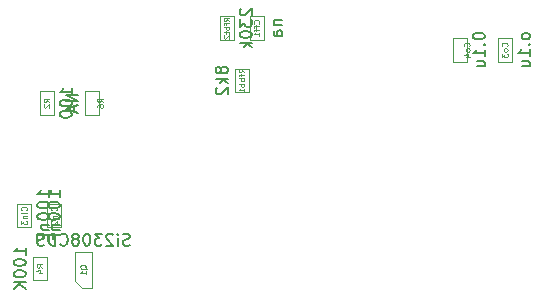
<source format=gbr>
G04 #@! TF.GenerationSoftware,KiCad,Pcbnew,5.1.4-e60b266~84~ubuntu18.04.1*
G04 #@! TF.CreationDate,2019-10-29T18:19:43-03:00*
G04 #@! TF.ProjectId,fonte_18V,666f6e74-655f-4313-9856-2e6b69636164,rev?*
G04 #@! TF.SameCoordinates,Original*
G04 #@! TF.FileFunction,Other,Fab,Bot*
%FSLAX46Y46*%
G04 Gerber Fmt 4.6, Leading zero omitted, Abs format (unit mm)*
G04 Created by KiCad (PCBNEW 5.1.4-e60b266~84~ubuntu18.04.1) date 2019-10-29 18:19:43*
%MOMM*%
%LPD*%
G04 APERTURE LIST*
%ADD10C,0.100000*%
%ADD11C,0.150000*%
%ADD12C,0.080000*%
%ADD13C,0.075000*%
G04 APERTURE END LIST*
D10*
X111200000Y-178750000D02*
X111200000Y-180750000D01*
X112400000Y-178750000D02*
X111200000Y-178750000D01*
X112400000Y-180750000D02*
X112400000Y-178750000D01*
X111200000Y-180750000D02*
X112400000Y-180750000D01*
X128235000Y-160385000D02*
X128235000Y-158385000D01*
X127035000Y-160385000D02*
X128235000Y-160385000D01*
X127035000Y-158385000D02*
X127035000Y-160385000D01*
X128235000Y-158385000D02*
X127035000Y-158385000D01*
X128305000Y-162830000D02*
X128305000Y-164830000D01*
X129505000Y-162830000D02*
X128305000Y-162830000D01*
X129505000Y-164830000D02*
X129505000Y-162830000D01*
X128305000Y-164830000D02*
X129505000Y-164830000D01*
X115605000Y-164735000D02*
X115605000Y-166735000D01*
X116805000Y-164735000D02*
X115605000Y-164735000D01*
X116805000Y-166735000D02*
X116805000Y-164735000D01*
X115605000Y-166735000D02*
X116805000Y-166735000D01*
X112995000Y-166735000D02*
X112995000Y-164735000D01*
X111795000Y-166735000D02*
X112995000Y-166735000D01*
X111795000Y-164735000D02*
X111795000Y-166735000D01*
X112995000Y-164735000D02*
X111795000Y-164735000D01*
X114800000Y-178330000D02*
X116200000Y-178330000D01*
X116200000Y-181370000D02*
X116200000Y-178330000D01*
X114800000Y-180800000D02*
X115350000Y-181370000D01*
X115350000Y-181370000D02*
X116200000Y-181370000D01*
X114800000Y-180800000D02*
X114800000Y-178350000D01*
X147965000Y-162240000D02*
X147965000Y-160240000D01*
X146765000Y-162240000D02*
X147965000Y-162240000D01*
X146765000Y-160240000D02*
X146765000Y-162240000D01*
X147965000Y-160240000D02*
X146765000Y-160240000D01*
X151775000Y-162240000D02*
X151775000Y-160240000D01*
X150575000Y-162240000D02*
X151775000Y-162240000D01*
X150575000Y-160240000D02*
X150575000Y-162240000D01*
X151775000Y-160240000D02*
X150575000Y-160240000D01*
X111090000Y-176260000D02*
X111090000Y-174260000D01*
X109890000Y-176260000D02*
X111090000Y-176260000D01*
X109890000Y-174260000D02*
X109890000Y-176260000D01*
X111090000Y-174260000D02*
X109890000Y-174260000D01*
X113630000Y-176260000D02*
X113630000Y-174260000D01*
X112430000Y-176260000D02*
X113630000Y-176260000D01*
X112430000Y-174260000D02*
X112430000Y-176260000D01*
X113630000Y-174260000D02*
X112430000Y-174260000D01*
X130775000Y-160385000D02*
X130775000Y-158385000D01*
X129575000Y-160385000D02*
X130775000Y-160385000D01*
X129575000Y-158385000D02*
X129575000Y-160385000D01*
X130775000Y-158385000D02*
X129575000Y-158385000D01*
D11*
X110602380Y-178583333D02*
X110602380Y-178011904D01*
X110602380Y-178297619D02*
X109602380Y-178297619D01*
X109745238Y-178202380D01*
X109840476Y-178107142D01*
X109888095Y-178011904D01*
X109602380Y-179202380D02*
X109602380Y-179297619D01*
X109650000Y-179392857D01*
X109697619Y-179440476D01*
X109792857Y-179488095D01*
X109983333Y-179535714D01*
X110221428Y-179535714D01*
X110411904Y-179488095D01*
X110507142Y-179440476D01*
X110554761Y-179392857D01*
X110602380Y-179297619D01*
X110602380Y-179202380D01*
X110554761Y-179107142D01*
X110507142Y-179059523D01*
X110411904Y-179011904D01*
X110221428Y-178964285D01*
X109983333Y-178964285D01*
X109792857Y-179011904D01*
X109697619Y-179059523D01*
X109650000Y-179107142D01*
X109602380Y-179202380D01*
X109602380Y-180154761D02*
X109602380Y-180250000D01*
X109650000Y-180345238D01*
X109697619Y-180392857D01*
X109792857Y-180440476D01*
X109983333Y-180488095D01*
X110221428Y-180488095D01*
X110411904Y-180440476D01*
X110507142Y-180392857D01*
X110554761Y-180345238D01*
X110602380Y-180250000D01*
X110602380Y-180154761D01*
X110554761Y-180059523D01*
X110507142Y-180011904D01*
X110411904Y-179964285D01*
X110221428Y-179916666D01*
X109983333Y-179916666D01*
X109792857Y-179964285D01*
X109697619Y-180011904D01*
X109650000Y-180059523D01*
X109602380Y-180154761D01*
X110602380Y-180916666D02*
X109602380Y-180916666D01*
X110602380Y-181488095D02*
X110030952Y-181059523D01*
X109602380Y-181488095D02*
X110173809Y-180916666D01*
D12*
X112026190Y-179666666D02*
X111788095Y-179500000D01*
X112026190Y-179380952D02*
X111526190Y-179380952D01*
X111526190Y-179571428D01*
X111550000Y-179619047D01*
X111573809Y-179642857D01*
X111621428Y-179666666D01*
X111692857Y-179666666D01*
X111740476Y-179642857D01*
X111764285Y-179619047D01*
X111788095Y-179571428D01*
X111788095Y-179380952D01*
X111692857Y-180095238D02*
X112026190Y-180095238D01*
X111502380Y-179976190D02*
X111859523Y-179857142D01*
X111859523Y-180166666D01*
D11*
X128832619Y-157742142D02*
X128785000Y-157789761D01*
X128737380Y-157885000D01*
X128737380Y-158123095D01*
X128785000Y-158218333D01*
X128832619Y-158265952D01*
X128927857Y-158313571D01*
X129023095Y-158313571D01*
X129165952Y-158265952D01*
X129737380Y-157694523D01*
X129737380Y-158313571D01*
X128737380Y-158646904D02*
X128737380Y-159265952D01*
X129118333Y-158932619D01*
X129118333Y-159075476D01*
X129165952Y-159170714D01*
X129213571Y-159218333D01*
X129308809Y-159265952D01*
X129546904Y-159265952D01*
X129642142Y-159218333D01*
X129689761Y-159170714D01*
X129737380Y-159075476D01*
X129737380Y-158789761D01*
X129689761Y-158694523D01*
X129642142Y-158646904D01*
X128737380Y-159885000D02*
X128737380Y-159980238D01*
X128785000Y-160075476D01*
X128832619Y-160123095D01*
X128927857Y-160170714D01*
X129118333Y-160218333D01*
X129356428Y-160218333D01*
X129546904Y-160170714D01*
X129642142Y-160123095D01*
X129689761Y-160075476D01*
X129737380Y-159980238D01*
X129737380Y-159885000D01*
X129689761Y-159789761D01*
X129642142Y-159742142D01*
X129546904Y-159694523D01*
X129356428Y-159646904D01*
X129118333Y-159646904D01*
X128927857Y-159694523D01*
X128832619Y-159742142D01*
X128785000Y-159789761D01*
X128737380Y-159885000D01*
X129737380Y-160646904D02*
X128737380Y-160646904D01*
X129356428Y-160742142D02*
X129737380Y-161027857D01*
X129070714Y-161027857D02*
X129451666Y-160646904D01*
D12*
X127861190Y-158789761D02*
X127623095Y-158623095D01*
X127861190Y-158504047D02*
X127361190Y-158504047D01*
X127361190Y-158694523D01*
X127385000Y-158742142D01*
X127408809Y-158765952D01*
X127456428Y-158789761D01*
X127527857Y-158789761D01*
X127575476Y-158765952D01*
X127599285Y-158742142D01*
X127623095Y-158694523D01*
X127623095Y-158504047D01*
X127527857Y-158932619D02*
X127527857Y-159123095D01*
X127861190Y-159004047D02*
X127432619Y-159004047D01*
X127385000Y-159027857D01*
X127361190Y-159075476D01*
X127361190Y-159123095D01*
X127861190Y-159289761D02*
X127361190Y-159289761D01*
X127551666Y-159289761D02*
X127527857Y-159337380D01*
X127527857Y-159432619D01*
X127551666Y-159480238D01*
X127575476Y-159504047D01*
X127623095Y-159527857D01*
X127765952Y-159527857D01*
X127813571Y-159504047D01*
X127837380Y-159480238D01*
X127861190Y-159432619D01*
X127861190Y-159337380D01*
X127837380Y-159289761D01*
X127527857Y-159670714D02*
X127527857Y-159861190D01*
X127361190Y-159742142D02*
X127789761Y-159742142D01*
X127837380Y-159765952D01*
X127861190Y-159813571D01*
X127861190Y-159861190D01*
X127408809Y-160004047D02*
X127385000Y-160027857D01*
X127361190Y-160075476D01*
X127361190Y-160194523D01*
X127385000Y-160242142D01*
X127408809Y-160265952D01*
X127456428Y-160289761D01*
X127504047Y-160289761D01*
X127575476Y-160265952D01*
X127861190Y-159980238D01*
X127861190Y-160289761D01*
D11*
X127135952Y-162853809D02*
X127088333Y-162758571D01*
X127040714Y-162710952D01*
X126945476Y-162663333D01*
X126897857Y-162663333D01*
X126802619Y-162710952D01*
X126755000Y-162758571D01*
X126707380Y-162853809D01*
X126707380Y-163044285D01*
X126755000Y-163139523D01*
X126802619Y-163187142D01*
X126897857Y-163234761D01*
X126945476Y-163234761D01*
X127040714Y-163187142D01*
X127088333Y-163139523D01*
X127135952Y-163044285D01*
X127135952Y-162853809D01*
X127183571Y-162758571D01*
X127231190Y-162710952D01*
X127326428Y-162663333D01*
X127516904Y-162663333D01*
X127612142Y-162710952D01*
X127659761Y-162758571D01*
X127707380Y-162853809D01*
X127707380Y-163044285D01*
X127659761Y-163139523D01*
X127612142Y-163187142D01*
X127516904Y-163234761D01*
X127326428Y-163234761D01*
X127231190Y-163187142D01*
X127183571Y-163139523D01*
X127135952Y-163044285D01*
X127707380Y-163663333D02*
X126707380Y-163663333D01*
X127326428Y-163758571D02*
X127707380Y-164044285D01*
X127040714Y-164044285D02*
X127421666Y-163663333D01*
X126802619Y-164425238D02*
X126755000Y-164472857D01*
X126707380Y-164568095D01*
X126707380Y-164806190D01*
X126755000Y-164901428D01*
X126802619Y-164949047D01*
X126897857Y-164996666D01*
X126993095Y-164996666D01*
X127135952Y-164949047D01*
X127707380Y-164377619D01*
X127707380Y-164996666D01*
D12*
X129131190Y-163151428D02*
X128893095Y-162984761D01*
X129131190Y-162865714D02*
X128631190Y-162865714D01*
X128631190Y-163056190D01*
X128655000Y-163103809D01*
X128678809Y-163127619D01*
X128726428Y-163151428D01*
X128797857Y-163151428D01*
X128845476Y-163127619D01*
X128869285Y-163103809D01*
X128893095Y-163056190D01*
X128893095Y-162865714D01*
X128797857Y-163294285D02*
X128797857Y-163484761D01*
X129131190Y-163365714D02*
X128702619Y-163365714D01*
X128655000Y-163389523D01*
X128631190Y-163437142D01*
X128631190Y-163484761D01*
X129131190Y-163651428D02*
X128631190Y-163651428D01*
X128821666Y-163651428D02*
X128797857Y-163699047D01*
X128797857Y-163794285D01*
X128821666Y-163841904D01*
X128845476Y-163865714D01*
X128893095Y-163889523D01*
X129035952Y-163889523D01*
X129083571Y-163865714D01*
X129107380Y-163841904D01*
X129131190Y-163794285D01*
X129131190Y-163699047D01*
X129107380Y-163651428D01*
X129131190Y-164103809D02*
X128631190Y-164103809D01*
X128821666Y-164103809D02*
X128797857Y-164151428D01*
X128797857Y-164246666D01*
X128821666Y-164294285D01*
X128845476Y-164318095D01*
X128893095Y-164341904D01*
X129035952Y-164341904D01*
X129083571Y-164318095D01*
X129107380Y-164294285D01*
X129131190Y-164246666D01*
X129131190Y-164151428D01*
X129107380Y-164103809D01*
X129131190Y-164818095D02*
X129131190Y-164532380D01*
X129131190Y-164675238D02*
X128631190Y-164675238D01*
X128702619Y-164627619D01*
X128750238Y-164580000D01*
X128774047Y-164532380D01*
D11*
X115007380Y-165020714D02*
X114007380Y-165020714D01*
X115007380Y-165592142D01*
X114007380Y-165592142D01*
X114721666Y-166020714D02*
X114721666Y-166496904D01*
X115007380Y-165925476D02*
X114007380Y-166258809D01*
X115007380Y-166592142D01*
D12*
X117181190Y-165651666D02*
X116943095Y-165485000D01*
X117181190Y-165365952D02*
X116681190Y-165365952D01*
X116681190Y-165556428D01*
X116705000Y-165604047D01*
X116728809Y-165627857D01*
X116776428Y-165651666D01*
X116847857Y-165651666D01*
X116895476Y-165627857D01*
X116919285Y-165604047D01*
X116943095Y-165556428D01*
X116943095Y-165365952D01*
X116681190Y-166080238D02*
X116681190Y-165985000D01*
X116705000Y-165937380D01*
X116728809Y-165913571D01*
X116800238Y-165865952D01*
X116895476Y-165842142D01*
X117085952Y-165842142D01*
X117133571Y-165865952D01*
X117157380Y-165889761D01*
X117181190Y-165937380D01*
X117181190Y-166032619D01*
X117157380Y-166080238D01*
X117133571Y-166104047D01*
X117085952Y-166127857D01*
X116966904Y-166127857D01*
X116919285Y-166104047D01*
X116895476Y-166080238D01*
X116871666Y-166032619D01*
X116871666Y-165937380D01*
X116895476Y-165889761D01*
X116919285Y-165865952D01*
X116966904Y-165842142D01*
D11*
X114497380Y-165068333D02*
X114497380Y-164496904D01*
X114497380Y-164782619D02*
X113497380Y-164782619D01*
X113640238Y-164687380D01*
X113735476Y-164592142D01*
X113783095Y-164496904D01*
X113497380Y-165687380D02*
X113497380Y-165782619D01*
X113545000Y-165877857D01*
X113592619Y-165925476D01*
X113687857Y-165973095D01*
X113878333Y-166020714D01*
X114116428Y-166020714D01*
X114306904Y-165973095D01*
X114402142Y-165925476D01*
X114449761Y-165877857D01*
X114497380Y-165782619D01*
X114497380Y-165687380D01*
X114449761Y-165592142D01*
X114402142Y-165544523D01*
X114306904Y-165496904D01*
X114116428Y-165449285D01*
X113878333Y-165449285D01*
X113687857Y-165496904D01*
X113592619Y-165544523D01*
X113545000Y-165592142D01*
X113497380Y-165687380D01*
X113497380Y-166639761D02*
X113497380Y-166735000D01*
X113545000Y-166830238D01*
X113592619Y-166877857D01*
X113687857Y-166925476D01*
X113878333Y-166973095D01*
X114116428Y-166973095D01*
X114306904Y-166925476D01*
X114402142Y-166877857D01*
X114449761Y-166830238D01*
X114497380Y-166735000D01*
X114497380Y-166639761D01*
X114449761Y-166544523D01*
X114402142Y-166496904D01*
X114306904Y-166449285D01*
X114116428Y-166401666D01*
X113878333Y-166401666D01*
X113687857Y-166449285D01*
X113592619Y-166496904D01*
X113545000Y-166544523D01*
X113497380Y-166639761D01*
D12*
X112621190Y-165651666D02*
X112383095Y-165485000D01*
X112621190Y-165365952D02*
X112121190Y-165365952D01*
X112121190Y-165556428D01*
X112145000Y-165604047D01*
X112168809Y-165627857D01*
X112216428Y-165651666D01*
X112287857Y-165651666D01*
X112335476Y-165627857D01*
X112359285Y-165604047D01*
X112383095Y-165556428D01*
X112383095Y-165365952D01*
X112168809Y-165842142D02*
X112145000Y-165865952D01*
X112121190Y-165913571D01*
X112121190Y-166032619D01*
X112145000Y-166080238D01*
X112168809Y-166104047D01*
X112216428Y-166127857D01*
X112264047Y-166127857D01*
X112335476Y-166104047D01*
X112621190Y-165818333D01*
X112621190Y-166127857D01*
D11*
X119404761Y-177754761D02*
X119261904Y-177802380D01*
X119023809Y-177802380D01*
X118928571Y-177754761D01*
X118880952Y-177707142D01*
X118833333Y-177611904D01*
X118833333Y-177516666D01*
X118880952Y-177421428D01*
X118928571Y-177373809D01*
X119023809Y-177326190D01*
X119214285Y-177278571D01*
X119309523Y-177230952D01*
X119357142Y-177183333D01*
X119404761Y-177088095D01*
X119404761Y-176992857D01*
X119357142Y-176897619D01*
X119309523Y-176850000D01*
X119214285Y-176802380D01*
X118976190Y-176802380D01*
X118833333Y-176850000D01*
X118404761Y-177802380D02*
X118404761Y-177135714D01*
X118404761Y-176802380D02*
X118452380Y-176850000D01*
X118404761Y-176897619D01*
X118357142Y-176850000D01*
X118404761Y-176802380D01*
X118404761Y-176897619D01*
X117976190Y-176897619D02*
X117928571Y-176850000D01*
X117833333Y-176802380D01*
X117595238Y-176802380D01*
X117500000Y-176850000D01*
X117452380Y-176897619D01*
X117404761Y-176992857D01*
X117404761Y-177088095D01*
X117452380Y-177230952D01*
X118023809Y-177802380D01*
X117404761Y-177802380D01*
X117071428Y-176802380D02*
X116452380Y-176802380D01*
X116785714Y-177183333D01*
X116642857Y-177183333D01*
X116547619Y-177230952D01*
X116500000Y-177278571D01*
X116452380Y-177373809D01*
X116452380Y-177611904D01*
X116500000Y-177707142D01*
X116547619Y-177754761D01*
X116642857Y-177802380D01*
X116928571Y-177802380D01*
X117023809Y-177754761D01*
X117071428Y-177707142D01*
X115833333Y-176802380D02*
X115738095Y-176802380D01*
X115642857Y-176850000D01*
X115595238Y-176897619D01*
X115547619Y-176992857D01*
X115500000Y-177183333D01*
X115500000Y-177421428D01*
X115547619Y-177611904D01*
X115595238Y-177707142D01*
X115642857Y-177754761D01*
X115738095Y-177802380D01*
X115833333Y-177802380D01*
X115928571Y-177754761D01*
X115976190Y-177707142D01*
X116023809Y-177611904D01*
X116071428Y-177421428D01*
X116071428Y-177183333D01*
X116023809Y-176992857D01*
X115976190Y-176897619D01*
X115928571Y-176850000D01*
X115833333Y-176802380D01*
X114928571Y-177230952D02*
X115023809Y-177183333D01*
X115071428Y-177135714D01*
X115119047Y-177040476D01*
X115119047Y-176992857D01*
X115071428Y-176897619D01*
X115023809Y-176850000D01*
X114928571Y-176802380D01*
X114738095Y-176802380D01*
X114642857Y-176850000D01*
X114595238Y-176897619D01*
X114547619Y-176992857D01*
X114547619Y-177040476D01*
X114595238Y-177135714D01*
X114642857Y-177183333D01*
X114738095Y-177230952D01*
X114928571Y-177230952D01*
X115023809Y-177278571D01*
X115071428Y-177326190D01*
X115119047Y-177421428D01*
X115119047Y-177611904D01*
X115071428Y-177707142D01*
X115023809Y-177754761D01*
X114928571Y-177802380D01*
X114738095Y-177802380D01*
X114642857Y-177754761D01*
X114595238Y-177707142D01*
X114547619Y-177611904D01*
X114547619Y-177421428D01*
X114595238Y-177326190D01*
X114642857Y-177278571D01*
X114738095Y-177230952D01*
X113547619Y-177707142D02*
X113595238Y-177754761D01*
X113738095Y-177802380D01*
X113833333Y-177802380D01*
X113976190Y-177754761D01*
X114071428Y-177659523D01*
X114119047Y-177564285D01*
X114166666Y-177373809D01*
X114166666Y-177230952D01*
X114119047Y-177040476D01*
X114071428Y-176945238D01*
X113976190Y-176850000D01*
X113833333Y-176802380D01*
X113738095Y-176802380D01*
X113595238Y-176850000D01*
X113547619Y-176897619D01*
X113119047Y-177802380D02*
X113119047Y-176802380D01*
X112880952Y-176802380D01*
X112738095Y-176850000D01*
X112642857Y-176945238D01*
X112595238Y-177040476D01*
X112547619Y-177230952D01*
X112547619Y-177373809D01*
X112595238Y-177564285D01*
X112642857Y-177659523D01*
X112738095Y-177754761D01*
X112880952Y-177802380D01*
X113119047Y-177802380D01*
X112166666Y-177754761D02*
X112023809Y-177802380D01*
X111785714Y-177802380D01*
X111690476Y-177754761D01*
X111642857Y-177707142D01*
X111595238Y-177611904D01*
X111595238Y-177516666D01*
X111642857Y-177421428D01*
X111690476Y-177373809D01*
X111785714Y-177326190D01*
X111976190Y-177278571D01*
X112071428Y-177230952D01*
X112119047Y-177183333D01*
X112166666Y-177088095D01*
X112166666Y-176992857D01*
X112119047Y-176897619D01*
X112071428Y-176850000D01*
X111976190Y-176802380D01*
X111738095Y-176802380D01*
X111595238Y-176850000D01*
D13*
X115773809Y-179802380D02*
X115750000Y-179754761D01*
X115702380Y-179707142D01*
X115630952Y-179635714D01*
X115607142Y-179588095D01*
X115607142Y-179540476D01*
X115726190Y-179564285D02*
X115702380Y-179516666D01*
X115654761Y-179469047D01*
X115559523Y-179445238D01*
X115392857Y-179445238D01*
X115297619Y-179469047D01*
X115250000Y-179516666D01*
X115226190Y-179564285D01*
X115226190Y-179659523D01*
X115250000Y-179707142D01*
X115297619Y-179754761D01*
X115392857Y-179778571D01*
X115559523Y-179778571D01*
X115654761Y-179754761D01*
X115702380Y-179707142D01*
X115726190Y-179659523D01*
X115726190Y-179564285D01*
X115726190Y-180254761D02*
X115726190Y-179969047D01*
X115726190Y-180111904D02*
X115226190Y-180111904D01*
X115297619Y-180064285D01*
X115345238Y-180016666D01*
X115369047Y-179969047D01*
D11*
X148467380Y-160025714D02*
X148467380Y-160120952D01*
X148515000Y-160216190D01*
X148562619Y-160263809D01*
X148657857Y-160311428D01*
X148848333Y-160359047D01*
X149086428Y-160359047D01*
X149276904Y-160311428D01*
X149372142Y-160263809D01*
X149419761Y-160216190D01*
X149467380Y-160120952D01*
X149467380Y-160025714D01*
X149419761Y-159930476D01*
X149372142Y-159882857D01*
X149276904Y-159835238D01*
X149086428Y-159787619D01*
X148848333Y-159787619D01*
X148657857Y-159835238D01*
X148562619Y-159882857D01*
X148515000Y-159930476D01*
X148467380Y-160025714D01*
X149372142Y-160787619D02*
X149419761Y-160835238D01*
X149467380Y-160787619D01*
X149419761Y-160740000D01*
X149372142Y-160787619D01*
X149467380Y-160787619D01*
X149467380Y-161787619D02*
X149467380Y-161216190D01*
X149467380Y-161501904D02*
X148467380Y-161501904D01*
X148610238Y-161406666D01*
X148705476Y-161311428D01*
X148753095Y-161216190D01*
X148800714Y-162644761D02*
X149467380Y-162644761D01*
X148800714Y-162216190D02*
X149324523Y-162216190D01*
X149419761Y-162263809D01*
X149467380Y-162359047D01*
X149467380Y-162501904D01*
X149419761Y-162597142D01*
X149372142Y-162644761D01*
D12*
X148153571Y-160930476D02*
X148177380Y-160906666D01*
X148201190Y-160835238D01*
X148201190Y-160787619D01*
X148177380Y-160716190D01*
X148129761Y-160668571D01*
X148082142Y-160644761D01*
X147986904Y-160620952D01*
X147915476Y-160620952D01*
X147820238Y-160644761D01*
X147772619Y-160668571D01*
X147725000Y-160716190D01*
X147701190Y-160787619D01*
X147701190Y-160835238D01*
X147725000Y-160906666D01*
X147748809Y-160930476D01*
X148201190Y-161216190D02*
X148177380Y-161168571D01*
X148153571Y-161144761D01*
X148105952Y-161120952D01*
X147963095Y-161120952D01*
X147915476Y-161144761D01*
X147891666Y-161168571D01*
X147867857Y-161216190D01*
X147867857Y-161287619D01*
X147891666Y-161335238D01*
X147915476Y-161359047D01*
X147963095Y-161382857D01*
X148105952Y-161382857D01*
X148153571Y-161359047D01*
X148177380Y-161335238D01*
X148201190Y-161287619D01*
X148201190Y-161216190D01*
X147867857Y-161811428D02*
X148201190Y-161811428D01*
X147677380Y-161692380D02*
X148034523Y-161573333D01*
X148034523Y-161882857D01*
D11*
X153277380Y-160001904D02*
X153229761Y-159906666D01*
X153182142Y-159859047D01*
X153086904Y-159811428D01*
X152801190Y-159811428D01*
X152705952Y-159859047D01*
X152658333Y-159906666D01*
X152610714Y-160001904D01*
X152610714Y-160144761D01*
X152658333Y-160240000D01*
X152705952Y-160287619D01*
X152801190Y-160335238D01*
X153086904Y-160335238D01*
X153182142Y-160287619D01*
X153229761Y-160240000D01*
X153277380Y-160144761D01*
X153277380Y-160001904D01*
X153182142Y-160763809D02*
X153229761Y-160811428D01*
X153277380Y-160763809D01*
X153229761Y-160716190D01*
X153182142Y-160763809D01*
X153277380Y-160763809D01*
X153277380Y-161763809D02*
X153277380Y-161192380D01*
X153277380Y-161478095D02*
X152277380Y-161478095D01*
X152420238Y-161382857D01*
X152515476Y-161287619D01*
X152563095Y-161192380D01*
X152610714Y-162620952D02*
X153277380Y-162620952D01*
X152610714Y-162192380D02*
X153134523Y-162192380D01*
X153229761Y-162240000D01*
X153277380Y-162335238D01*
X153277380Y-162478095D01*
X153229761Y-162573333D01*
X153182142Y-162620952D01*
D12*
X151353571Y-160930476D02*
X151377380Y-160906666D01*
X151401190Y-160835238D01*
X151401190Y-160787619D01*
X151377380Y-160716190D01*
X151329761Y-160668571D01*
X151282142Y-160644761D01*
X151186904Y-160620952D01*
X151115476Y-160620952D01*
X151020238Y-160644761D01*
X150972619Y-160668571D01*
X150925000Y-160716190D01*
X150901190Y-160787619D01*
X150901190Y-160835238D01*
X150925000Y-160906666D01*
X150948809Y-160930476D01*
X151401190Y-161216190D02*
X151377380Y-161168571D01*
X151353571Y-161144761D01*
X151305952Y-161120952D01*
X151163095Y-161120952D01*
X151115476Y-161144761D01*
X151091666Y-161168571D01*
X151067857Y-161216190D01*
X151067857Y-161287619D01*
X151091666Y-161335238D01*
X151115476Y-161359047D01*
X151163095Y-161382857D01*
X151305952Y-161382857D01*
X151353571Y-161359047D01*
X151377380Y-161335238D01*
X151401190Y-161287619D01*
X151401190Y-161216190D01*
X150901190Y-161549523D02*
X150901190Y-161859047D01*
X151091666Y-161692380D01*
X151091666Y-161763809D01*
X151115476Y-161811428D01*
X151139285Y-161835238D01*
X151186904Y-161859047D01*
X151305952Y-161859047D01*
X151353571Y-161835238D01*
X151377380Y-161811428D01*
X151401190Y-161763809D01*
X151401190Y-161620952D01*
X151377380Y-161573333D01*
X151353571Y-161549523D01*
D11*
X112592380Y-173712380D02*
X112592380Y-173140952D01*
X112592380Y-173426666D02*
X111592380Y-173426666D01*
X111735238Y-173331428D01*
X111830476Y-173236190D01*
X111878095Y-173140952D01*
X111592380Y-174331428D02*
X111592380Y-174426666D01*
X111640000Y-174521904D01*
X111687619Y-174569523D01*
X111782857Y-174617142D01*
X111973333Y-174664761D01*
X112211428Y-174664761D01*
X112401904Y-174617142D01*
X112497142Y-174569523D01*
X112544761Y-174521904D01*
X112592380Y-174426666D01*
X112592380Y-174331428D01*
X112544761Y-174236190D01*
X112497142Y-174188571D01*
X112401904Y-174140952D01*
X112211428Y-174093333D01*
X111973333Y-174093333D01*
X111782857Y-174140952D01*
X111687619Y-174188571D01*
X111640000Y-174236190D01*
X111592380Y-174331428D01*
X111592380Y-175283809D02*
X111592380Y-175379047D01*
X111640000Y-175474285D01*
X111687619Y-175521904D01*
X111782857Y-175569523D01*
X111973333Y-175617142D01*
X112211428Y-175617142D01*
X112401904Y-175569523D01*
X112497142Y-175521904D01*
X112544761Y-175474285D01*
X112592380Y-175379047D01*
X112592380Y-175283809D01*
X112544761Y-175188571D01*
X112497142Y-175140952D01*
X112401904Y-175093333D01*
X112211428Y-175045714D01*
X111973333Y-175045714D01*
X111782857Y-175093333D01*
X111687619Y-175140952D01*
X111640000Y-175188571D01*
X111592380Y-175283809D01*
X111925714Y-176045714D02*
X112592380Y-176045714D01*
X112020952Y-176045714D02*
X111973333Y-176093333D01*
X111925714Y-176188571D01*
X111925714Y-176331428D01*
X111973333Y-176426666D01*
X112068571Y-176474285D01*
X112592380Y-176474285D01*
X112068571Y-177283809D02*
X112068571Y-176950476D01*
X112592380Y-176950476D02*
X111592380Y-176950476D01*
X111592380Y-177426666D01*
D12*
X110668571Y-174831428D02*
X110692380Y-174807619D01*
X110716190Y-174736190D01*
X110716190Y-174688571D01*
X110692380Y-174617142D01*
X110644761Y-174569523D01*
X110597142Y-174545714D01*
X110501904Y-174521904D01*
X110430476Y-174521904D01*
X110335238Y-174545714D01*
X110287619Y-174569523D01*
X110240000Y-174617142D01*
X110216190Y-174688571D01*
X110216190Y-174736190D01*
X110240000Y-174807619D01*
X110263809Y-174831428D01*
X110716190Y-175045714D02*
X110382857Y-175045714D01*
X110216190Y-175045714D02*
X110240000Y-175021904D01*
X110263809Y-175045714D01*
X110240000Y-175069523D01*
X110216190Y-175045714D01*
X110263809Y-175045714D01*
X110382857Y-175283809D02*
X110716190Y-175283809D01*
X110430476Y-175283809D02*
X110406666Y-175307619D01*
X110382857Y-175355238D01*
X110382857Y-175426666D01*
X110406666Y-175474285D01*
X110454285Y-175498095D01*
X110716190Y-175498095D01*
X110216190Y-175688571D02*
X110216190Y-175998095D01*
X110406666Y-175831428D01*
X110406666Y-175902857D01*
X110430476Y-175950476D01*
X110454285Y-175974285D01*
X110501904Y-175998095D01*
X110620952Y-175998095D01*
X110668571Y-175974285D01*
X110692380Y-175950476D01*
X110716190Y-175902857D01*
X110716190Y-175760000D01*
X110692380Y-175712380D01*
X110668571Y-175688571D01*
D11*
X113482380Y-173712380D02*
X113482380Y-173140952D01*
X113482380Y-173426666D02*
X112482380Y-173426666D01*
X112625238Y-173331428D01*
X112720476Y-173236190D01*
X112768095Y-173140952D01*
X112482380Y-174331428D02*
X112482380Y-174426666D01*
X112530000Y-174521904D01*
X112577619Y-174569523D01*
X112672857Y-174617142D01*
X112863333Y-174664761D01*
X113101428Y-174664761D01*
X113291904Y-174617142D01*
X113387142Y-174569523D01*
X113434761Y-174521904D01*
X113482380Y-174426666D01*
X113482380Y-174331428D01*
X113434761Y-174236190D01*
X113387142Y-174188571D01*
X113291904Y-174140952D01*
X113101428Y-174093333D01*
X112863333Y-174093333D01*
X112672857Y-174140952D01*
X112577619Y-174188571D01*
X112530000Y-174236190D01*
X112482380Y-174331428D01*
X112482380Y-175283809D02*
X112482380Y-175379047D01*
X112530000Y-175474285D01*
X112577619Y-175521904D01*
X112672857Y-175569523D01*
X112863333Y-175617142D01*
X113101428Y-175617142D01*
X113291904Y-175569523D01*
X113387142Y-175521904D01*
X113434761Y-175474285D01*
X113482380Y-175379047D01*
X113482380Y-175283809D01*
X113434761Y-175188571D01*
X113387142Y-175140952D01*
X113291904Y-175093333D01*
X113101428Y-175045714D01*
X112863333Y-175045714D01*
X112672857Y-175093333D01*
X112577619Y-175140952D01*
X112530000Y-175188571D01*
X112482380Y-175283809D01*
X112815714Y-176045714D02*
X113482380Y-176045714D01*
X112910952Y-176045714D02*
X112863333Y-176093333D01*
X112815714Y-176188571D01*
X112815714Y-176331428D01*
X112863333Y-176426666D01*
X112958571Y-176474285D01*
X113482380Y-176474285D01*
X112958571Y-177283809D02*
X112958571Y-176950476D01*
X113482380Y-176950476D02*
X112482380Y-176950476D01*
X112482380Y-177426666D01*
D12*
X113208571Y-174831428D02*
X113232380Y-174807619D01*
X113256190Y-174736190D01*
X113256190Y-174688571D01*
X113232380Y-174617142D01*
X113184761Y-174569523D01*
X113137142Y-174545714D01*
X113041904Y-174521904D01*
X112970476Y-174521904D01*
X112875238Y-174545714D01*
X112827619Y-174569523D01*
X112780000Y-174617142D01*
X112756190Y-174688571D01*
X112756190Y-174736190D01*
X112780000Y-174807619D01*
X112803809Y-174831428D01*
X113256190Y-175045714D02*
X112922857Y-175045714D01*
X112756190Y-175045714D02*
X112780000Y-175021904D01*
X112803809Y-175045714D01*
X112780000Y-175069523D01*
X112756190Y-175045714D01*
X112803809Y-175045714D01*
X112922857Y-175283809D02*
X113256190Y-175283809D01*
X112970476Y-175283809D02*
X112946666Y-175307619D01*
X112922857Y-175355238D01*
X112922857Y-175426666D01*
X112946666Y-175474285D01*
X112994285Y-175498095D01*
X113256190Y-175498095D01*
X112803809Y-175712380D02*
X112780000Y-175736190D01*
X112756190Y-175783809D01*
X112756190Y-175902857D01*
X112780000Y-175950476D01*
X112803809Y-175974285D01*
X112851428Y-175998095D01*
X112899047Y-175998095D01*
X112970476Y-175974285D01*
X113256190Y-175688571D01*
X113256190Y-175998095D01*
D11*
X131610714Y-158718333D02*
X132277380Y-158718333D01*
X131705952Y-158718333D02*
X131658333Y-158765952D01*
X131610714Y-158861190D01*
X131610714Y-159004047D01*
X131658333Y-159099285D01*
X131753571Y-159146904D01*
X132277380Y-159146904D01*
X132277380Y-160051666D02*
X131753571Y-160051666D01*
X131658333Y-160004047D01*
X131610714Y-159908809D01*
X131610714Y-159718333D01*
X131658333Y-159623095D01*
X132229761Y-160051666D02*
X132277380Y-159956428D01*
X132277380Y-159718333D01*
X132229761Y-159623095D01*
X132134523Y-159575476D01*
X132039285Y-159575476D01*
X131944047Y-159623095D01*
X131896428Y-159718333D01*
X131896428Y-159956428D01*
X131848809Y-160051666D01*
D12*
X130353571Y-159015952D02*
X130377380Y-158992142D01*
X130401190Y-158920714D01*
X130401190Y-158873095D01*
X130377380Y-158801666D01*
X130329761Y-158754047D01*
X130282142Y-158730238D01*
X130186904Y-158706428D01*
X130115476Y-158706428D01*
X130020238Y-158730238D01*
X129972619Y-158754047D01*
X129925000Y-158801666D01*
X129901190Y-158873095D01*
X129901190Y-158920714D01*
X129925000Y-158992142D01*
X129948809Y-159015952D01*
X130067857Y-159158809D02*
X130067857Y-159349285D01*
X130401190Y-159230238D02*
X129972619Y-159230238D01*
X129925000Y-159254047D01*
X129901190Y-159301666D01*
X129901190Y-159349285D01*
X130067857Y-159444523D02*
X130067857Y-159635000D01*
X130401190Y-159515952D02*
X129972619Y-159515952D01*
X129925000Y-159539761D01*
X129901190Y-159587380D01*
X129901190Y-159635000D01*
X130401190Y-160063571D02*
X130401190Y-159777857D01*
X130401190Y-159920714D02*
X129901190Y-159920714D01*
X129972619Y-159873095D01*
X130020238Y-159825476D01*
X130044047Y-159777857D01*
M02*

</source>
